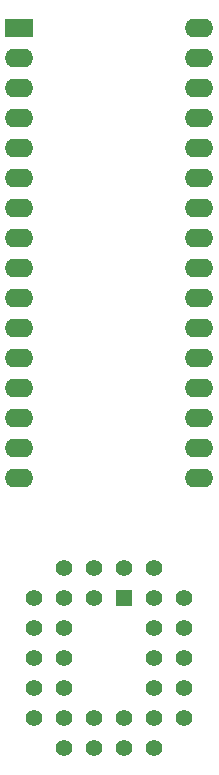
<source format=gbr>
%TF.GenerationSoftware,KiCad,Pcbnew,(6.0.9)*%
%TF.CreationDate,2023-07-20T16:52:18+02:00*%
%TF.ProjectId,plcc32-adapter-board,706c6363-3332-42d6-9164-61707465722d,rev?*%
%TF.SameCoordinates,Original*%
%TF.FileFunction,Soldermask,Bot*%
%TF.FilePolarity,Negative*%
%FSLAX46Y46*%
G04 Gerber Fmt 4.6, Leading zero omitted, Abs format (unit mm)*
G04 Created by KiCad (PCBNEW (6.0.9)) date 2023-07-20 16:52:18*
%MOMM*%
%LPD*%
G01*
G04 APERTURE LIST*
%ADD10R,1.422400X1.422400*%
%ADD11C,1.422400*%
%ADD12R,2.400000X1.600000*%
%ADD13O,2.400000X1.600000*%
G04 APERTURE END LIST*
D10*
%TO.C,J2*%
X34295000Y-68580000D03*
D11*
X31755000Y-66040000D03*
X31755000Y-68580000D03*
X29215000Y-66040000D03*
X26675000Y-68580000D03*
X29215000Y-68580000D03*
X26675000Y-71120000D03*
X29215000Y-71120000D03*
X26675000Y-73660000D03*
X29215000Y-73660000D03*
X26675000Y-76200000D03*
X29215000Y-76200000D03*
X26675000Y-78740000D03*
X29215000Y-81280000D03*
X29215000Y-78740000D03*
X31755000Y-81280000D03*
X31755000Y-78740000D03*
X34295000Y-81280000D03*
X34295000Y-78740000D03*
X36835000Y-81280000D03*
X39375000Y-78740000D03*
X36835000Y-78740000D03*
X39375000Y-76200000D03*
X36835000Y-76200000D03*
X39375000Y-73660000D03*
X36835000Y-73660000D03*
X39375000Y-71120000D03*
X36835000Y-71120000D03*
X39375000Y-68580000D03*
X36835000Y-66040000D03*
X36835000Y-68580000D03*
X34295000Y-66040000D03*
%TD*%
D12*
%TO.C,J1*%
X25400000Y-20320000D03*
D13*
X25400000Y-22860000D03*
X25400000Y-25400000D03*
X25400000Y-27940000D03*
X25400000Y-30480000D03*
X25400000Y-33020000D03*
X25400000Y-35560000D03*
X25400000Y-38100000D03*
X25400000Y-40640000D03*
X25400000Y-43180000D03*
X25400000Y-45720000D03*
X25400000Y-48260000D03*
X25400000Y-50800000D03*
X25400000Y-53340000D03*
X25400000Y-55880000D03*
X25400000Y-58420000D03*
X40640000Y-58420000D03*
X40640000Y-55880000D03*
X40640000Y-53340000D03*
X40640000Y-50800000D03*
X40640000Y-48260000D03*
X40640000Y-45720000D03*
X40640000Y-43180000D03*
X40640000Y-40640000D03*
X40640000Y-38100000D03*
X40640000Y-35560000D03*
X40640000Y-33020000D03*
X40640000Y-30480000D03*
X40640000Y-27940000D03*
X40640000Y-25400000D03*
X40640000Y-22860000D03*
X40640000Y-20320000D03*
%TD*%
M02*

</source>
